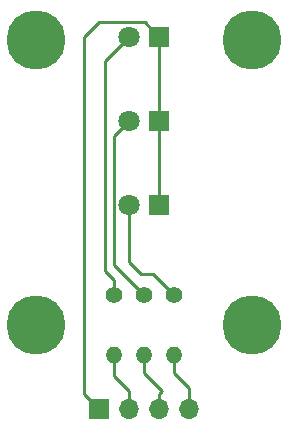
<source format=gbr>
%TF.GenerationSoftware,KiCad,Pcbnew,(5.1.8)-1*%
%TF.CreationDate,2020-12-20T09:07:50+01:00*%
%TF.ProjectId,Traffic Light,54726166-6669-4632-904c-696768742e6b,rev?*%
%TF.SameCoordinates,Original*%
%TF.FileFunction,Copper,L1,Top*%
%TF.FilePolarity,Positive*%
%FSLAX46Y46*%
G04 Gerber Fmt 4.6, Leading zero omitted, Abs format (unit mm)*
G04 Created by KiCad (PCBNEW (5.1.8)-1) date 2020-12-20 09:07:50*
%MOMM*%
%LPD*%
G01*
G04 APERTURE LIST*
%TA.AperFunction,ComponentPad*%
%ADD10R,1.800000X1.800000*%
%TD*%
%TA.AperFunction,ComponentPad*%
%ADD11C,1.800000*%
%TD*%
%TA.AperFunction,ComponentPad*%
%ADD12R,1.700000X1.700000*%
%TD*%
%TA.AperFunction,ComponentPad*%
%ADD13O,1.700000X1.700000*%
%TD*%
%TA.AperFunction,ComponentPad*%
%ADD14C,5.000000*%
%TD*%
%TA.AperFunction,ComponentPad*%
%ADD15C,1.400000*%
%TD*%
%TA.AperFunction,ComponentPad*%
%ADD16O,1.400000X1.400000*%
%TD*%
%TA.AperFunction,Conductor*%
%ADD17C,0.250000*%
%TD*%
G04 APERTURE END LIST*
D10*
%TO.P,Red,1*%
%TO.N,Net-(D1-Pad1)*%
X124460000Y-65786000D03*
D11*
%TO.P,Red,2*%
%TO.N,Net-(D1-Pad2)*%
X121920000Y-65786000D03*
%TD*%
%TO.P,Yellow,2*%
%TO.N,Net-(D2-Pad2)*%
X121920000Y-72898000D03*
D10*
%TO.P,Yellow,1*%
%TO.N,Net-(D1-Pad1)*%
X124460000Y-72898000D03*
%TD*%
%TO.P,Green,1*%
%TO.N,Net-(D1-Pad1)*%
X124460000Y-80010000D03*
D11*
%TO.P,Green,2*%
%TO.N,Net-(D3-Pad2)*%
X121920000Y-80010000D03*
%TD*%
D12*
%TO.P,J1,1*%
%TO.N,Net-(D1-Pad1)*%
X119380000Y-97282000D03*
D13*
%TO.P,J1,2*%
%TO.N,Net-(J1-Pad2)*%
X121920000Y-97282000D03*
%TO.P,J1,3*%
%TO.N,Net-(J1-Pad3)*%
X124460000Y-97282000D03*
%TO.P,J1,4*%
%TO.N,Net-(J1-Pad4)*%
X127000000Y-97282000D03*
%TD*%
D14*
%TO.P, ,1*%
%TO.N,N/C*%
X114046000Y-66040000D03*
%TD*%
%TO.P, ,1*%
%TO.N,N/C*%
X132334000Y-66040000D03*
%TD*%
%TO.P, ,1*%
%TO.N,N/C*%
X114046000Y-90170000D03*
%TD*%
%TO.P, ,1*%
%TO.N,N/C*%
X132334000Y-90170000D03*
%TD*%
D15*
%TO.P,R1,1*%
%TO.N,Net-(D1-Pad2)*%
X120650000Y-87630000D03*
D16*
%TO.P,R1,2*%
%TO.N,Net-(J1-Pad2)*%
X120650000Y-92710000D03*
%TD*%
%TO.P,R2,2*%
%TO.N,Net-(J1-Pad3)*%
X123190000Y-92710000D03*
D15*
%TO.P,R2,1*%
%TO.N,Net-(D2-Pad2)*%
X123190000Y-87630000D03*
%TD*%
%TO.P,R3,1*%
%TO.N,Net-(D3-Pad2)*%
X125730000Y-87630000D03*
D16*
%TO.P,R3,2*%
%TO.N,Net-(J1-Pad4)*%
X125730000Y-92710000D03*
%TD*%
D17*
%TO.N,Net-(D1-Pad1)*%
X124460000Y-65786000D02*
X124460000Y-72898000D01*
X124460000Y-72898000D02*
X124460000Y-80010000D01*
X123234999Y-64560999D02*
X119335001Y-64560999D01*
X124460000Y-65786000D02*
X123234999Y-64560999D01*
X119335001Y-64560999D02*
X118110000Y-65786000D01*
X118110000Y-96012000D02*
X119380000Y-97282000D01*
X118110000Y-65786000D02*
X118110000Y-96012000D01*
%TO.N,Net-(D1-Pad2)*%
X121920000Y-65786000D02*
X119888000Y-67818000D01*
X119888000Y-67818000D02*
X119888000Y-85598000D01*
X120650000Y-86360000D02*
X120650000Y-87630000D01*
X119888000Y-85598000D02*
X120650000Y-86360000D01*
%TO.N,Net-(D2-Pad2)*%
X121920000Y-72898000D02*
X120650000Y-74168000D01*
X120650000Y-85090000D02*
X123190000Y-87630000D01*
X120650000Y-74168000D02*
X120650000Y-85090000D01*
%TO.N,Net-(D3-Pad2)*%
X121920000Y-80010000D02*
X121920000Y-84836000D01*
X121920000Y-84836000D02*
X122936000Y-85852000D01*
X123952000Y-85852000D02*
X125730000Y-87630000D01*
X122936000Y-85852000D02*
X123952000Y-85852000D01*
%TO.N,Net-(J1-Pad2)*%
X120650000Y-92710000D02*
X120650000Y-94488000D01*
X120650000Y-94488000D02*
X121920000Y-95758000D01*
X121920000Y-95758000D02*
X121920000Y-97282000D01*
%TO.N,Net-(J1-Pad3)*%
X123190000Y-92710000D02*
X123190000Y-94234000D01*
X123190000Y-94234000D02*
X124714000Y-95758000D01*
X124460000Y-96012000D02*
X124460000Y-97282000D01*
X124714000Y-95758000D02*
X124460000Y-96012000D01*
%TO.N,Net-(J1-Pad4)*%
X125730000Y-92710000D02*
X125730000Y-94234000D01*
X125730000Y-94234000D02*
X127000000Y-95504000D01*
X127000000Y-95504000D02*
X127000000Y-97282000D01*
%TD*%
M02*

</source>
